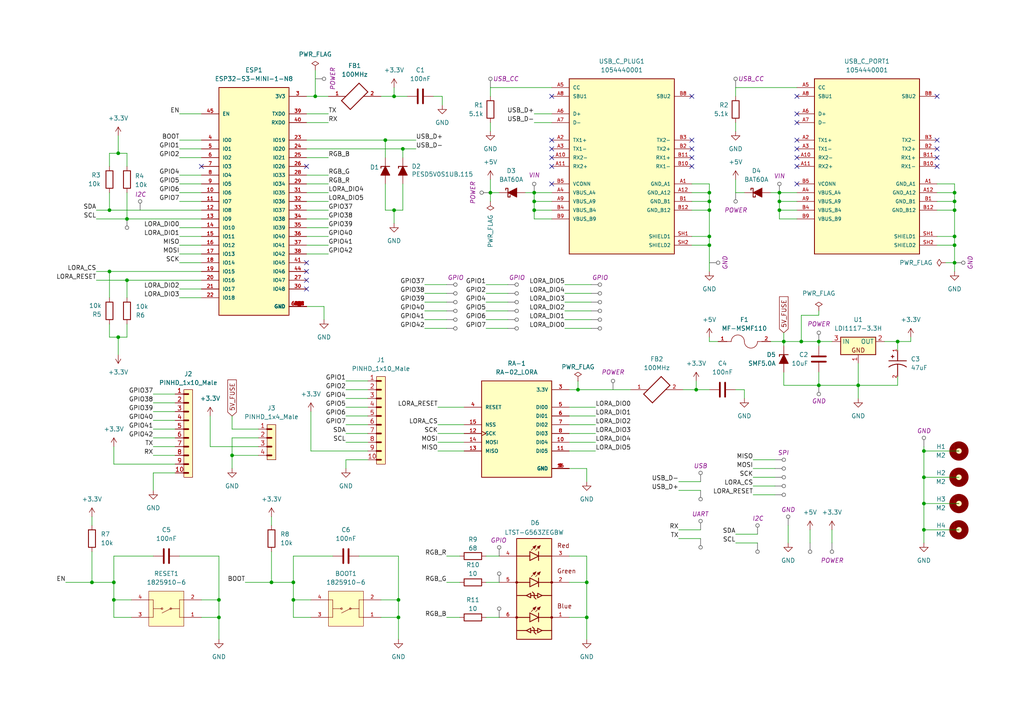
<source format=kicad_sch>
(kicad_sch (version 20231120) (generator "eeschema") (generator_version "8.0")
  (paper "A4")
  (title_block (title "LoRaptor") (rev "V1.0.0") (company "Smuggr"))
  (junction (at 142.24 55.88))
  (junction (at 226.06 60.96))
  (junction (at 267.97 153.67))
  (junction (at 36.83 81.28))
  (junction (at 205.74 60.96))
  (junction (at 116.84 43.18))
  (junction (at 276.86 55.88))
  (junction (at 91.44 27.94))
  (junction (at 267.97 138.43))
  (junction (at 114.3 27.94))
  (junction (at 170.18 179.07))
  (junction (at 226.06 58.42))
  (junction (at 167.64 113.03))
  (junction (at 248.92 111.76))
  (junction (at 276.86 76.2))
  (junction (at 226.06 55.88))
  (junction (at 33.02 173.99))
  (junction (at 34.29 97.79))
  (junction (at 170.18 168.91))
  (junction (at 154.94 55.88))
  (junction (at 205.74 71.12))
  (junction (at 267.97 130.81))
  (junction (at 267.97 146.05))
  (junction (at 85.09 168.91))
  (junction (at 227.33 99.06))
  (junction (at 33.02 168.91))
  (junction (at 260.35 99.06))
  (junction (at 34.29 44.45))
  (junction (at 276.86 58.42))
  (junction (at 276.86 71.12))
  (junction (at 31.75 60.96))
  (junction (at 63.5 179.07))
  (junction (at 154.94 58.42))
  (junction (at 154.94 60.96))
  (junction (at 78.74 168.91))
  (junction (at 114.3 60.96))
  (junction (at 31.75 78.74))
  (junction (at 115.57 179.07))
  (junction (at 237.49 99.06))
  (junction (at 115.57 173.99))
  (junction (at 36.83 63.5))
  (junction (at 237.49 111.76))
  (junction (at 26.67 168.91))
  (junction (at 232.41 99.06))
  (junction (at 85.09 173.99))
  (junction (at 67.31 132.08))
  (junction (at 205.74 68.58))
  (junction (at 205.74 55.88))
  (junction (at 63.5 173.99))
  (junction (at 111.76 40.64))
  (junction (at 276.86 68.58))
  (junction (at 205.74 58.42))
  (junction (at 201.93 113.03))
  (junction (at 276.86 60.96))
  (no_connect (at 200.66 48.26))
  (no_connect (at 231.14 33.02))
  (no_connect (at 88.9 48.26))
  (no_connect (at 200.66 43.18))
  (no_connect (at 271.78 45.72))
  (no_connect (at 231.14 35.56))
  (no_connect (at 160.02 48.26))
  (no_connect (at 88.9 81.28))
  (no_connect (at 200.66 45.72))
  (no_connect (at 231.14 27.94))
  (no_connect (at 160.02 27.94))
  (no_connect (at 200.66 40.64))
  (no_connect (at 88.9 78.74))
  (no_connect (at 271.78 40.64))
  (no_connect (at 271.78 48.26))
  (no_connect (at 88.9 83.82))
  (no_connect (at 231.14 43.18))
  (no_connect (at 271.78 43.18))
  (no_connect (at 58.42 48.26))
  (no_connect (at 160.02 43.18))
  (no_connect (at 231.14 45.72))
  (no_connect (at 160.02 53.34))
  (no_connect (at 160.02 45.72))
  (no_connect (at 231.14 53.34))
  (no_connect (at 231.14 40.64))
  (no_connect (at 231.14 48.26))
  (no_connect (at 88.9 76.2))
  (no_connect (at 200.66 27.94))
  (no_connect (at 271.78 27.94))
  (no_connect (at 160.02 40.64))
  (wire (pts (xy 267.97 130.81) (xy 278.13 130.81)))
  (wire (pts (xy 127 128.27) (xy 134.62 128.27)))
  (wire (pts (xy 123.19 87.63) (xy 129.54 87.63)))
  (wire (pts (xy 31.75 55.88) (xy 31.75 60.96)))
  (wire (pts (xy 172.72 123.19) (xy 165.1 123.19)))
  (wire (pts (xy 71.12 168.91) (xy 78.74 168.91)))
  (wire (pts (xy 154.94 35.56) (xy 160.02 35.56)))
  (wire (pts (xy 232.41 99.06) (xy 237.49 99.06)))
  (wire (pts (xy 114.3 27.94) (xy 118.11 27.94)))
  (wire (pts (xy 88.9 33.02) (xy 95.25 33.02)))
  (wire (pts (xy 88.9 40.64) (xy 111.76 40.64)))
  (wire (pts (xy 100.33 120.65) (xy 106.68 120.65)))
  (wire (pts (xy 34.29 102.87) (xy 34.29 97.79)))
  (wire (pts (xy 276.86 53.34) (xy 276.86 55.88)))
  (wire (pts (xy 100.33 133.35) (xy 106.68 133.35)))
  (wire (pts (xy 67.31 127) (xy 74.93 127)))
  (wire (pts (xy 123.19 82.55) (xy 129.54 82.55)))
  (wire (pts (xy 227.33 111.76) (xy 237.49 111.76)))
  (wire (pts (xy 172.72 120.65) (xy 165.1 120.65)))
  (wire (pts (xy 170.18 179.07) (xy 170.18 185.42)))
  (wire (pts (xy 52.07 68.58) (xy 58.42 68.58)))
  (wire (pts (xy 33.02 129.54) (xy 33.02 134.62)))
  (wire (pts (xy 91.44 20.32) (xy 91.44 27.94)))
  (wire (pts (xy 163.83 85.09) (xy 171.45 85.09)))
  (wire (pts (xy 67.31 132.08) (xy 74.93 132.08)))
  (wire (pts (xy 110.49 173.99) (xy 115.57 173.99)))
  (wire (pts (xy 33.02 173.99) (xy 38.1 173.99)))
  (wire (pts (xy 213.36 27.94) (xy 213.36 25.4)))
  (wire (pts (xy 111.76 45.72) (xy 111.76 40.64)))
  (wire (pts (xy 264.16 97.79) (xy 264.16 99.06)))
  (wire (pts (xy 127 125.73) (xy 134.62 125.73)))
  (wire (pts (xy 213.36 55.88) (xy 215.9 55.88)))
  (wire (pts (xy 223.52 99.06) (xy 227.33 99.06)))
  (wire (pts (xy 38.1 179.07) (xy 33.02 179.07)))
  (wire (pts (xy 271.78 53.34) (xy 276.86 53.34)))
  (wire (pts (xy 163.83 90.17) (xy 171.45 90.17)))
  (wire (pts (xy 200.66 68.58) (xy 205.74 68.58)))
  (wire (pts (xy 90.17 179.07) (xy 85.09 179.07)))
  (wire (pts (xy 36.83 63.5) (xy 58.42 63.5)))
  (wire (pts (xy 115.57 179.07) (xy 110.49 179.07)))
  (wire (pts (xy 52.07 58.42) (xy 58.42 58.42)))
  (wire (pts (xy 142.24 58.42) (xy 142.24 55.88)))
  (wire (pts (xy 260.35 99.06) (xy 256.54 99.06)))
  (wire (pts (xy 31.75 78.74) (xy 58.42 78.74)))
  (wire (pts (xy 227.33 96.52) (xy 227.33 99.06)))
  (wire (pts (xy 248.92 111.76) (xy 260.35 111.76)))
  (wire (pts (xy 88.9 55.88) (xy 95.25 55.88)))
  (wire (pts (xy 237.49 99.06) (xy 237.49 100.33)))
  (wire (pts (xy 31.75 86.36) (xy 31.75 78.74)))
  (wire (pts (xy 213.36 52.07) (xy 213.36 55.88)))
  (wire (pts (xy 127 130.81) (xy 134.62 130.81)))
  (wire (pts (xy 52.07 45.72) (xy 58.42 45.72)))
  (wire (pts (xy 93.98 92.71) (xy 93.98 88.9)))
  (wire (pts (xy 52.07 83.82) (xy 58.42 83.82)))
  (wire (pts (xy 232.41 91.44) (xy 232.41 99.06)))
  (wire (pts (xy 104.14 161.29) (xy 115.57 161.29)))
  (wire (pts (xy 218.44 138.43) (xy 224.79 138.43)))
  (wire (pts (xy 248.92 105.41) (xy 248.92 111.76)))
  (wire (pts (xy 267.97 153.67) (xy 278.13 153.67)))
  (wire (pts (xy 167.64 113.03) (xy 182.88 113.03)))
  (wire (pts (xy 260.35 109.22) (xy 260.35 111.76)))
  (wire (pts (xy 163.83 92.71) (xy 171.45 92.71)))
  (wire (pts (xy 127 118.11) (xy 134.62 118.11)))
  (wire (pts (xy 100.33 113.03) (xy 106.68 113.03)))
  (wire (pts (xy 63.5 179.07) (xy 63.5 185.42)))
  (wire (pts (xy 227.33 100.33) (xy 227.33 99.06)))
  (wire (pts (xy 88.9 27.94) (xy 91.44 27.94)))
  (wire (pts (xy 172.72 125.73) (xy 165.1 125.73)))
  (wire (pts (xy 85.09 161.29) (xy 85.09 168.91)))
  (wire (pts (xy 93.98 88.9) (xy 88.9 88.9)))
  (wire (pts (xy 276.86 76.2) (xy 276.86 78.74)))
  (wire (pts (xy 60.96 129.54) (xy 74.93 129.54)))
  (wire (pts (xy 271.78 55.88) (xy 276.86 55.88)))
  (wire (pts (xy 237.49 111.76) (xy 248.92 111.76)))
  (wire (pts (xy 123.19 92.71) (xy 129.54 92.71)))
  (wire (pts (xy 52.07 66.04) (xy 58.42 66.04)))
  (wire (pts (xy 276.86 58.42) (xy 276.86 60.96)))
  (wire (pts (xy 27.94 63.5) (xy 36.83 63.5)))
  (wire (pts (xy 142.24 35.56) (xy 142.24 38.1)))
  (wire (pts (xy 200.66 53.34) (xy 205.74 53.34)))
  (wire (pts (xy 140.97 85.09) (xy 147.32 85.09)))
  (wire (pts (xy 100.33 135.89) (xy 100.33 133.35)))
  (wire (pts (xy 237.49 90.17) (xy 237.49 91.44)))
  (wire (pts (xy 128.27 27.94) (xy 128.27 30.48)))
  (wire (pts (xy 227.33 99.06) (xy 232.41 99.06)))
  (wire (pts (xy 267.97 138.43) (xy 267.97 146.05)))
  (wire (pts (xy 67.31 135.89) (xy 67.31 132.08)))
  (wire (pts (xy 226.06 55.88) (xy 226.06 58.42)))
  (wire (pts (xy 27.94 60.96) (xy 31.75 60.96)))
  (wire (pts (xy 85.09 168.91) (xy 85.09 173.99)))
  (wire (pts (xy 36.83 81.28) (xy 58.42 81.28)))
  (wire (pts (xy 52.07 161.29) (xy 63.5 161.29)))
  (wire (pts (xy 154.94 60.96) (xy 160.02 60.96)))
  (wire (pts (xy 114.3 25.4) (xy 114.3 27.94)))
  (wire (pts (xy 63.5 173.99) (xy 63.5 179.07)))
  (wire (pts (xy 205.74 55.88) (xy 205.74 58.42)))
  (wire (pts (xy 172.72 118.11) (xy 165.1 118.11)))
  (wire (pts (xy 52.07 40.64) (xy 58.42 40.64)))
  (wire (pts (xy 154.94 55.88) (xy 160.02 55.88)))
  (wire (pts (xy 271.78 60.96) (xy 276.86 60.96)))
  (wire (pts (xy 223.52 55.88) (xy 226.06 55.88)))
  (wire (pts (xy 34.29 39.37) (xy 34.29 44.45)))
  (wire (pts (xy 218.44 143.51) (xy 224.79 143.51)))
  (wire (pts (xy 96.52 161.29) (xy 85.09 161.29)))
  (wire (pts (xy 154.94 63.5) (xy 160.02 63.5)))
  (wire (pts (xy 165.1 161.29) (xy 170.18 161.29)))
  (wire (pts (xy 226.06 58.42) (xy 231.14 58.42)))
  (wire (pts (xy 226.06 55.88) (xy 231.14 55.88)))
  (wire (pts (xy 237.49 91.44) (xy 232.41 91.44)))
  (wire (pts (xy 123.19 90.17) (xy 129.54 90.17)))
  (wire (pts (xy 95.25 68.58) (xy 88.9 68.58)))
  (wire (pts (xy 67.31 124.46) (xy 74.93 124.46)))
  (wire (pts (xy 44.45 121.92) (xy 50.8 121.92)))
  (wire (pts (xy 33.02 173.99) (xy 33.02 179.07)))
  (wire (pts (xy 52.07 55.88) (xy 58.42 55.88)))
  (wire (pts (xy 88.9 45.72) (xy 95.25 45.72)))
  (wire (pts (xy 52.07 43.18) (xy 58.42 43.18)))
  (wire (pts (xy 111.76 40.64) (xy 120.65 40.64)))
  (wire (pts (xy 154.94 60.96) (xy 154.94 63.5)))
  (wire (pts (xy 267.97 146.05) (xy 278.13 146.05)))
  (wire (pts (xy 26.67 160.02) (xy 26.67 168.91)))
  (wire (pts (xy 36.83 55.88) (xy 36.83 63.5)))
  (wire (pts (xy 200.66 71.12) (xy 205.74 71.12)))
  (wire (pts (xy 198.12 113.03) (xy 201.93 113.03)))
  (wire (pts (xy 52.07 73.66) (xy 58.42 73.66)))
  (wire (pts (xy 114.3 60.96) (xy 111.76 60.96)))
  (wire (pts (xy 226.06 63.5) (xy 231.14 63.5)))
  (wire (pts (xy 205.74 99.06) (xy 205.74 97.79)))
  (wire (pts (xy 27.94 81.28) (xy 36.83 81.28)))
  (wire (pts (xy 276.86 60.96) (xy 276.86 68.58)))
  (wire (pts (xy 44.45 127) (xy 50.8 127)))
  (wire (pts (xy 44.45 119.38) (xy 50.8 119.38)))
  (wire (pts (xy 140.97 82.55) (xy 147.32 82.55)))
  (wire (pts (xy 95.25 60.96) (xy 88.9 60.96)))
  (wire (pts (xy 129.54 168.91) (xy 133.35 168.91)))
  (wire (pts (xy 267.97 138.43) (xy 278.13 138.43)))
  (wire (pts (xy 95.25 66.04) (xy 88.9 66.04)))
  (wire (pts (xy 205.74 53.34) (xy 205.74 55.88)))
  (wire (pts (xy 140.97 161.29) (xy 144.78 161.29)))
  (wire (pts (xy 100.33 115.57) (xy 106.68 115.57)))
  (wire (pts (xy 154.94 58.42) (xy 154.94 60.96)))
  (wire (pts (xy 44.45 116.84) (xy 50.8 116.84)))
  (wire (pts (xy 44.45 137.16) (xy 50.8 137.16)))
  (wire (pts (xy 203.2 139.7) (xy 196.85 139.7)))
  (wire (pts (xy 267.97 146.05) (xy 267.97 153.67)))
  (wire (pts (xy 27.94 78.74) (xy 31.75 78.74)))
  (wire (pts (xy 44.45 161.29) (xy 33.02 161.29)))
  (wire (pts (xy 203.2 142.24) (xy 196.85 142.24)))
  (wire (pts (xy 267.97 153.67) (xy 267.97 157.48)))
  (wire (pts (xy 142.24 27.94) (xy 142.24 25.4)))
  (wire (pts (xy 115.57 173.99) (xy 115.57 179.07)))
  (wire (pts (xy 85.09 173.99) (xy 85.09 179.07)))
  (wire (pts (xy 31.75 93.98) (xy 31.75 97.79)))
  (wire (pts (xy 125.73 27.94) (xy 128.27 27.94)))
  (wire (pts (xy 274.32 76.2) (xy 276.86 76.2)))
  (wire (pts (xy 172.72 130.81) (xy 165.1 130.81)))
  (wire (pts (xy 213.36 25.4) (xy 231.14 25.4)))
  (wire (pts (xy 271.78 68.58) (xy 276.86 68.58)))
  (wire (pts (xy 129.54 179.07) (xy 133.35 179.07)))
  (wire (pts (xy 241.3 153.67) (xy 241.3 157.48)))
  (wire (pts (xy 142.24 55.88) (xy 144.78 55.88)))
  (wire (pts (xy 228.6 152.4) (xy 228.6 157.48)))
  (wire (pts (xy 276.86 55.88) (xy 276.86 58.42)))
  (wire (pts (xy 163.83 95.25) (xy 171.45 95.25)))
  (wire (pts (xy 213.36 113.03) (xy 215.9 113.03)))
  (wire (pts (xy 140.97 168.91) (xy 144.78 168.91)))
  (wire (pts (xy 31.75 60.96) (xy 58.42 60.96)))
  (wire (pts (xy 205.74 68.58) (xy 205.74 71.12)))
  (wire (pts (xy 26.67 149.86) (xy 26.67 152.4)))
  (wire (pts (xy 34.29 44.45) (xy 31.75 44.45)))
  (wire (pts (xy 152.4 55.88) (xy 154.94 55.88)))
  (wire (pts (xy 226.06 58.42) (xy 226.06 60.96)))
  (wire (pts (xy 140.97 179.07) (xy 144.78 179.07)))
  (wire (pts (xy 205.74 71.12) (xy 205.74 78.74)))
  (wire (pts (xy 219.71 157.48) (xy 213.36 157.48)))
  (wire (pts (xy 142.24 52.07) (xy 142.24 55.88)))
  (wire (pts (xy 154.94 55.88) (xy 154.94 58.42)))
  (wire (pts (xy 205.74 60.96) (xy 205.74 68.58)))
  (wire (pts (xy 170.18 168.91) (xy 170.18 179.07)))
  (wire (pts (xy 78.74 168.91) (xy 85.09 168.91)))
  (wire (pts (xy 90.17 130.81) (xy 106.68 130.81)))
  (wire (pts (xy 226.06 60.96) (xy 231.14 60.96)))
  (wire (pts (xy 88.9 35.56) (xy 95.25 35.56)))
  (wire (pts (xy 260.35 99.06) (xy 264.16 99.06)))
  (wire (pts (xy 44.45 124.46) (xy 50.8 124.46)))
  (wire (pts (xy 58.42 173.99) (xy 63.5 173.99)))
  (wire (pts (xy 44.45 142.24) (xy 44.45 137.16)))
  (wire (pts (xy 100.33 123.19) (xy 106.68 123.19)))
  (wire (pts (xy 140.97 90.17) (xy 147.32 90.17)))
  (wire (pts (xy 170.18 139.7) (xy 170.18 135.89)))
  (wire (pts (xy 100.33 110.49) (xy 106.68 110.49)))
  (wire (pts (xy 271.78 71.12) (xy 276.86 71.12)))
  (wire (pts (xy 110.49 27.94) (xy 114.3 27.94)))
  (wire (pts (xy 36.83 86.36) (xy 36.83 81.28)))
  (wire (pts (xy 90.17 119.38) (xy 90.17 130.81)))
  (wire (pts (xy 116.84 53.34) (xy 116.84 60.96)))
  (wire (pts (xy 219.71 154.94) (xy 213.36 154.94)))
  (wire (pts (xy 260.35 99.06) (xy 260.35 101.6)))
  (wire (pts (xy 167.64 110.49) (xy 167.64 113.03)))
  (wire (pts (xy 44.45 132.08) (xy 50.8 132.08)))
  (wire (pts (xy 142.24 25.4) (xy 160.02 25.4)))
  (wire (pts (xy 165.1 168.91) (xy 170.18 168.91)))
  (wire (pts (xy 31.75 44.45) (xy 31.75 48.26)))
  (wire (pts (xy 170.18 179.07) (xy 165.1 179.07)))
  (wire (pts (xy 218.44 135.89) (xy 224.79 135.89)))
  (wire (pts (xy 200.66 58.42) (xy 205.74 58.42)))
  (wire (pts (xy 95.25 71.12) (xy 88.9 71.12)))
  (wire (pts (xy 203.2 156.21) (xy 196.85 156.21)))
  (wire (pts (xy 200.66 60.96) (xy 205.74 60.96)))
  (wire (pts (xy 213.36 35.56) (xy 213.36 38.1)))
  (wire (pts (xy 63.5 179.07) (xy 58.42 179.07)))
  (wire (pts (xy 205.74 99.06) (xy 208.28 99.06)))
  (wire (pts (xy 226.06 60.96) (xy 226.06 63.5)))
  (wire (pts (xy 271.78 58.42) (xy 276.86 58.42)))
  (wire (pts (xy 52.07 76.2) (xy 58.42 76.2)))
  (wire (pts (xy 31.75 97.79) (xy 34.29 97.79)))
  (wire (pts (xy 100.33 125.73) (xy 106.68 125.73)))
  (wire (pts (xy 26.67 168.91) (xy 33.02 168.91)))
  (wire (pts (xy 215.9 113.03) (xy 215.9 115.57)))
  (wire (pts (xy 88.9 43.18) (xy 116.84 43.18)))
  (wire (pts (xy 63.5 161.29) (xy 63.5 173.99)))
  (wire (pts (xy 140.97 95.25) (xy 147.32 95.25)))
  (wire (pts (xy 200.66 55.88) (xy 205.74 55.88)))
  (wire (pts (xy 36.83 44.45) (xy 34.29 44.45)))
  (wire (pts (xy 276.86 71.12) (xy 276.86 76.2)))
  (wire (pts (xy 44.45 129.54) (xy 50.8 129.54)))
  (wire (pts (xy 154.94 33.02) (xy 160.02 33.02)))
  (wire (pts (xy 100.33 118.11) (xy 106.68 118.11)))
  (wire (pts (xy 227.33 107.95) (xy 227.33 111.76)))
  (wire (pts (xy 237.49 107.95) (xy 237.49 111.76)))
  (wire (pts (xy 52.07 33.02) (xy 58.42 33.02)))
  (wire (pts (xy 234.95 153.67) (xy 234.95 157.48)))
  (wire (pts (xy 140.97 92.71) (xy 147.32 92.71)))
  (wire (pts (xy 34.29 97.79) (xy 36.83 97.79)))
  (wire (pts (xy 129.54 161.29) (xy 133.35 161.29)))
  (wire (pts (xy 248.92 111.76) (xy 248.92 115.57)))
  (wire (pts (xy 120.65 43.18) (xy 116.84 43.18)))
  (wire (pts (xy 201.93 110.49) (xy 201.93 113.03)))
  (wire (pts (xy 33.02 168.91) (xy 33.02 173.99)))
  (wire (pts (xy 114.3 64.77) (xy 114.3 60.96)))
  (wire (pts (xy 52.07 71.12) (xy 58.42 71.12)))
  (wire (pts (xy 95.25 63.5) (xy 88.9 63.5)))
  (wire (pts (xy 33.02 134.62) (xy 50.8 134.62)))
  (wire (pts (xy 127 123.19) (xy 134.62 123.19)))
  (wire (pts (xy 95.25 58.42) (xy 88.9 58.42)))
  (wire (pts (xy 88.9 50.8) (xy 95.25 50.8)))
  (wire (pts (xy 60.96 120.65) (xy 60.96 129.54)))
  (wire (pts (xy 201.93 113.03) (xy 205.74 113.03)))
  (wire (pts (xy 115.57 161.29) (xy 115.57 173.99)))
  (wire (pts (xy 78.74 149.86) (xy 78.74 152.4)))
  (wire (pts (xy 67.31 120.65) (xy 67.31 124.46)))
  (wire (pts (xy 170.18 161.29) (xy 170.18 168.91)))
  (wire (pts (xy 52.07 53.34) (xy 58.42 53.34)))
  (wire (pts (xy 116.84 43.18) (xy 116.84 45.72)))
  (wire (pts (xy 100.33 128.27) (xy 106.68 128.27)))
  (wire (pts (xy 163.83 82.55) (xy 171.45 82.55)))
  (wire (pts (xy 36.83 97.79) (xy 36.83 93.98)))
  (wire (pts (xy 52.07 50.8) (xy 58.42 50.8)))
  (wire (pts (xy 36.83 48.26) (xy 36.83 44.45)))
  (wire (pts (xy 218.44 133.35) (xy 224.79 133.35)))
  (wire (pts (xy 123.19 95.25) (xy 129.54 95.25)))
  (wire (pts (xy 115.57 179.07) (xy 115.57 185.42)))
  (wire (pts (xy 95.25 73.66) (xy 88.9 73.66)))
  (wire (pts (xy 67.31 132.08) (xy 67.31 127)))
  (wire (pts (xy 91.44 27.94) (xy 95.25 27.94)))
  (wire (pts (xy 205.74 58.42) (xy 205.74 60.96)))
  (wire (pts (xy 267.97 130.81) (xy 267.97 138.43)))
  (wire (pts (xy 33.02 161.29) (xy 33.02 168.91)))
  (wire (pts (xy 123.19 85.09) (xy 129.54 85.09)))
  (wire (pts (xy 154.94 58.42) (xy 160.02 58.42)))
  (wire (pts (xy 203.2 153.67) (xy 196.85 153.67)))
  (wire (pts (xy 140.97 87.63) (xy 147.32 87.63)))
  (wire (pts (xy 78.74 160.02) (xy 78.74 168.91)))
  (wire (pts (xy 44.45 114.3) (xy 50.8 114.3)))
  (wire (pts (xy 218.44 140.97) (xy 224.79 140.97)))
  (wire (pts (xy 116.84 60.96) (xy 114.3 60.96)))
  (wire (pts (xy 170.18 135.89) (xy 165.1 135.89)))
  (wire (pts (xy 172.72 128.27) (xy 165.1 128.27)))
  (wire (pts (xy 58.42 86.36) (xy 52.07 86.36)))
  (wire (pts (xy 241.3 99.06) (xy 237.49 99.06)))
  (wire (pts (xy 111.76 60.96) (xy 111.76 53.34)))
  (wire (pts (xy 163.83 87.63) (xy 171.45 87.63)))
  (wire (pts (xy 95.25 53.34) (xy 88.9 53.34)))
  (wire (pts (xy 85.09 173.99) (xy 90.17 173.99)))
  (wire (pts (xy 276.86 68.58) (xy 276.86 71.12)))
  (wire (pts (xy 167.64 113.03) (xy 165.1 113.03)))
  (wire (pts (xy 19.05 168.91) (xy 26.67 168.91)))
  (wire (pts (xy 267.97 129.54) (xy 267.97 130.81)))
  (label "LORA_DIO5" (at 95.25 58.42 0) (property "Netclass" "GPIO" (effects (hide yes))))
  (label "GPIO39" (at 95.25 66.04 0) (property "Netclass" "GPIO" (effects (hide yes))))
  (label "LORA_DIO0" (at 163.83 95.25 180))
  (label "LORA_CS" (at 27.94 78.74 180) (property "Netclass" "SPI" (effects (hide yes))))
  (label "LORA_DIO4" (at 172.72 128.27 0))
  (label "GPIO6" (at 100.33 120.65 180))
  (label "GPIO38" (at 123.19 85.09 180))
  (label "LORA_CS" (at 127 123.19 180))
  (label "USB_D-" (at 120.65 43.18 0) (property "Netclass" "USB" (effects (hide yes))))
  (label "RGB_R" (at 95.25 53.34 0) (property "Netclass" "GPIO" (effects (hide yes))))
  (label "GPIO7" (at 140.97 95.25 180))
  (label "GPIO1" (at 140.97 82.55 180))
  (label "MISO" (at 218.44 133.35 180) (property "Netclass" "SPI" (effects (hide yes))))
  (label "LORA_DIO5" (at 163.83 82.55 180))
  (label "GPIO5" (at 140.97 90.17 180))
  (label "USB_D+" (at 154.94 33.02 180))
  (label "LORA_DIO3" (at 52.07 86.36 180) (property "Netclass" "GPIO" (effects (hide yes))))
  (label "TX" (at 95.25 33.02 0) (property "Netclass" "UART" (effects (hide yes))))
  (label "GPIO5" (at 100.33 118.11 180))
  (label "RX" (at 95.25 35.56 0) (property "Netclass" "UART" (effects (hide yes))))
  (label "SDA" (at 213.36 154.94 180))
  (label "GPIO42" (at 123.19 95.25 180))
  (label "LORA_RESET" (at 27.94 81.28 180) (property "Netclass" "SPI" (effects (hide yes))))
  (label "LORA_DIO2" (at 52.07 83.82 180) (property "Netclass" "GPIO" (effects (hide yes))))
  (label "GPIO1" (at 52.07 43.18 180) (property "Netclass" "GPIO" (effects (hide yes))))
  (label "SDA" (at 100.33 125.73 180))
  (label "EN" (at 52.07 33.02 180) (property "Netclass" "GPIO" (effects (hide yes))))
  (label "GPIO4" (at 140.97 87.63 180))
  (label "GPIO7" (at 52.07 58.42 180) (property "Netclass" "GPIO" (effects (hide yes))))
  (label "GPIO42" (at 44.45 127 180))
  (label "SCK" (at 218.44 138.43 180) (property "Netclass" "SPI" (effects (hide yes))))
  (label "GPIO37" (at 95.25 60.96 0) (property "Netclass" "GPIO" (effects (hide yes))))
  (label "LORA_DIO0" (at 172.72 118.11 0))
  (label "MISO" (at 127 130.81 180))
  (label "GPIO1" (at 100.33 110.49 180))
  (label "TX" (at 196.85 156.21 180) (property "Netclass" "UART" (effects (hide yes))))
  (label "MOSI" (at 52.07 73.66 180) (property "Netclass" "SPI" (effects (hide yes))))
  (label "RX" (at 44.45 132.08 180))
  (label "RX" (at 196.85 153.67 180) (property "Netclass" "UART" (effects (hide yes))))
  (label "GPIO7" (at 100.33 123.19 180))
  (label "LORA_DIO3" (at 163.83 87.63 180))
  (label "MOSI" (at 127 128.27 180))
  (label "USB_D-" (at 196.85 139.7 180) (property "Netclass" "USB" (effects (hide yes))))
  (label "LORA_DIO0" (at 52.07 66.04 180) (property "Netclass" "GPIO" (effects (hide yes))))
  (label "GPIO2" (at 52.07 45.72 180) (property "Netclass" "GPIO" (effects (hide yes))))
  (label "SCK" (at 127 125.73 180))
  (label "RGB_G" (at 95.25 50.8 0) (property "Netclass" "GPIO" (effects (hide yes))))
  (label "GPIO40" (at 44.45 121.92 180))
  (label "GPIO39" (at 123.19 87.63 180))
  (label "LORA_DIO5" (at 172.72 130.81 0))
  (label "RGB_B" (at 95.25 45.72 0) (property "Netclass" "GPIO" (effects (hide yes))))
  (label "TX" (at 44.45 129.54 180))
  (label "GPIO6" (at 52.07 55.88 180) (property "Netclass" "GPIO" (effects (hide yes))))
  (label "MOSI" (at 218.44 135.89 180) (property "Netclass" "SPI" (effects (hide yes))))
  (label "SCL" (at 100.33 128.27 180))
  (label "GPIO40" (at 123.19 90.17 180))
  (label "LORA_DIO4" (at 163.83 85.09 180))
  (label "RGB_G" (at 129.54 168.91 180))
  (label "GPIO38" (at 44.45 116.84 180))
  (label "LORA_DIO4" (at 95.25 55.88 0) (property "Netclass" "GPIO" (effects (hide yes))))
  (label "LORA_DIO2" (at 163.83 90.17 180))
  (label "GPIO5" (at 52.07 53.34 180) (property "Netclass" "GPIO" (effects (hide yes))))
  (label "BOOT" (at 52.07 40.64 180) (property "Netclass" "GPIO" (effects (hide yes))))
  (label "GPIO41" (at 123.19 92.71 180))
  (label "GPIO6" (at 140.97 92.71 180))
  (label "GPIO42" (at 95.25 73.66 0) (property "Netclass" "GPIO" (effects (hide yes))))
  (label "LORA_RESET" (at 127 118.11 180))
  (label "USB_D-" (at 154.94 35.56 180))
  (label "GPIO2" (at 100.33 113.03 180))
  (label "LORA_DIO1" (at 52.07 68.58 180) (property "Netclass" "GPIO" (effects (hide yes))))
  (label "SCL" (at 27.94 63.5 180))
  (label "LORA_DIO1" (at 172.72 120.65 0))
  (label "LORA_DIO1" (at 163.83 92.71 180))
  (label "GPIO38" (at 95.25 63.5 0) (property "Netclass" "GPIO" (effects (hide yes))))
  (label "GPIO40" (at 95.25 68.58 0) (property "Netclass" "GPIO" (effects (hide yes))))
  (label "SCK" (at 52.07 76.2 180) (property "Netclass" "SPI" (effects (hide yes))))
  (label "RGB_R" (at 129.54 161.29 180))
  (label "LORA_DIO3" (at 172.72 125.73 0))
  (label "LORA_RESET" (at 218.44 143.51 180) (property "Netclass" "SPI" (effects (hide yes))))
  (label "USB_D+" (at 196.85 142.24 180) (property "Netclass" "USB" (effects (hide yes))))
  (label "GPIO41" (at 95.25 71.12 0) (property "Netclass" "GPIO" (effects (hide yes))))
  (label "MISO" (at 52.07 71.12 180) (property "Netclass" "SPI" (effects (hide yes))))
  (label "USB_D+" (at 120.65 40.64 0) (property "Netclass" "USB" (effects (hide yes))))
  (label "GPIO4" (at 52.07 50.8 180) (property "Netclass" "GPIO" (effects (hide yes))))
  (label "BOOT" (at 71.12 168.91 180))
  (label "GPIO2" (at 140.97 85.09 180))
  (label "SCL" (at 213.36 157.48 180))
  (label "EN" (at 19.05 168.91 180))
  (label "RGB_B" (at 129.54 179.07 180))
  (label "GPIO39" (at 44.45 119.38 180))
  (label "GPIO4" (at 100.33 115.57 180))
  (label "SDA" (at 27.94 60.96 180))
  (label "LORA_DIO2" (at 172.72 123.19 0))
  (label "GPIO37" (at 123.19 82.55 180))
  (label "LORA_CS" (at 218.44 140.97 180) (property "Netclass" "SPI" (effects (hide yes))))
  (label "GPIO37" (at 44.45 114.3 180))
  (label "GPIO41" (at 44.45 124.46 180))
  (global_label "5V_FUSE" (shape input) (at 67.31 120.65 90) (property "Intersheetrefs" "${INTERSHEET_REFS}" (effects (hide yes))))
  (global_label "5V_FUSE" (shape input) (at 227.33 96.52 90) (property "Intersheetrefs" "${INTERSHEET_REFS}" (effects (hide yes))))
  (netclass_flag "" (length 2.54) (shape round) (at 129.54 95.25 270) (property "Netclass" "GPIO" (effects (hide yes))))
  (netclass_flag "" (length 2.54) (shape round) (at 142.24 25.4 0) (property "Netclass" "USB_CC" (at 142.9385 22.86 0) (effects (font (italic yes)) (justify left))))
  (netclass_flag "" (length 2.54) (shape round) (at 147.32 85.09 270) (property "Netclass" "GPIO" (effects (hide yes))))
  (netclass_flag "" (length 2.54) (shape round) (at 147.32 90.17 270) (property "Netclass" "GPIO" (effects (hide yes))))
  (netclass_flag "" (length 2.54) (shape round) (at 213.36 25.4 0) (property "Netclass" "USB_CC" (at 214.0585 22.86 0) (effects (font (italic yes)) (justify left))))
  (netclass_flag "" (length 2.54) (shape round) (at 224.79 133.35 270) (property "Netclass" "SPI" (at 225.552 131.318 0) (effects (font (italic yes)) (justify left))))
  (netclass_flag "" (length 2.54) (shape round) (at 203.2 156.21 180) (property "Netclass" "UART" (effects (hide yes))))
  (netclass_flag "" (length 2.54) (shape round) (at 171.45 92.71 270) (property "Netclass" "GPIO" (effects (hide yes))))
  (netclass_flag "" (length 2.54) (shape round) (at 226.06 55.88 0) (property "Netclass" "VIN" (at 226.06 51.054 0) (effects (font (italic yes)))))
  (netclass_flag "" (length 2.54) (shape round) (at 129.54 92.71 270) (property "Netclass" "GPIO" (effects (hide yes))))
  (netclass_flag "" (length 2.54) (shape round) (at 237.49 111.76 180) (property "Netclass" "GND" (at 235.458 116.332 0) (effects (font (italic yes)) (justify left))))
  (netclass_flag "" (length 2.54) (shape round) (at 129.54 85.09 270) (property "Netclass" "GPIO" (effects (hide yes))))
  (netclass_flag "" (length 2.54) (shape round) (at 219.71 157.48 180) (property "Netclass" "I2C" (effects (hide yes))))
  (netclass_flag "" (length 2.54) (shape round) (at 237.49 99.06 0) (property "Netclass" "POWER" (at 240.792 93.98 0) (effects (font (italic yes)) (justify right))))
  (netclass_flag "" (length 2.54) (shape round) (at 171.45 95.25 270) (property "Netclass" "GPIO" (effects (hide yes))))
  (netclass_flag "" (length 2.54) (shape round) (at 213.36 55.88 180) (property "Netclass" "POWER" (at 210.058 60.96 0) (effects (font (italic yes)) (justify left))))
  (netclass_flag "" (length 2.54) (shape round) (at 154.94 55.88 0) (property "Netclass" "VIN" (at 154.94 50.8 0) (effects (font (italic yes)))))
  (netclass_flag "" (length 2.54) (shape round) (at 129.54 87.63 270) (property "Netclass" "GPIO" (effects (hide yes))))
  (netclass_flag "" (length 2.54) (shape round) (at 224.79 140.97 270) (property "Netclass" "SPI" (effects (hide yes))))
  (netclass_flag "" (length 2.54) (shape round) (at 267.97 129.54 0) (property "Netclass" "GND" (at 270.002 124.968 0) (effects (font (italic yes)) (justify right))))
  (netclass_flag "" (length 2.54) (shape round) (at 224.79 135.89 270) (property "Netclass" "SPI" (effects (hide yes))))
  (netclass_flag "" (length 2.54) (shape round) (at 276.86 76.2 270) (property "Netclass" "GND" (at 281.432 78.232 90) (effects (font (italic yes)) (justify left))))
  (netclass_flag "" (length 2.54) (shape round) (at 228.6 152.4 0) (property "Netclass" "GND" (at 230.632 147.828 0) (effects (font (italic yes)) (justify right))))
  (netclass_flag "" (length 2.54) (shape round) (at 224.79 138.43 270) (property "Netclass" "SPI" (effects (hide yes))))
  (netclass_flag "" (length 2.54) (shape round) (at 40.64 60.96 0) (property "Netclass" "I2C" (at 39.116 56.388 0) (effects (font (italic yes)) (justify left))))
  (netclass_flag "" (length 2.54) (shape round) (at 147.32 87.63 270) (property "Netclass" "GPIO" (effects (hide yes))))
  (netclass_flag "" (length 2.54) (shape round) (at 147.32 92.71 270) (property "Netclass" "GPIO" (effects (hide yes))))
  (netclass_flag "" (length 2.54) (shape round) (at 91.44 22.86 270) (property "Netclass" "POWER" (at 96.52 26.162 90) (effects (font (italic yes)) (justify left))))
  (netclass_flag "" (length 2.54) (shape round) (at 203.2 142.24 180) (property "Netclass" "USB" (effects (hide yes))))
  (netclass_flag "" (length 2.54) (shape round) (at 147.32 95.25 270) (property "Netclass" "GPIO" (effects (hide yes))))
  (netclass_flag "" (length 2.54) (shape round) (at 171.45 82.55 270) (property "Netclass" "GPIO" (at 171.704 80.518 0) (effects (font (italic yes)) (justify left))))
  (netclass_flag "" (length 2.54) (shape round) (at 171.45 90.17 270) (property "Netclass" "GPIO" (effects (hide yes))))
  (netclass_flag "" (length 2.54) (shape round) (at 36.83 63.5 180) (property "Netclass" "I2C" (effects (hide yes))))
  (netclass_flag "" (length 2.54) (shape round) (at 171.45 85.09 270) (property "Netclass" "GPIO" (effects (hide yes))))
  (netclass_flag "" (length 2.54) (shape round) (at 144.78 168.91 0) (property "Netclass" "GPIO" (effects (hide yes))))
  (netclass_flag "" (length 2.54) (shape round) (at 142.24 55.88 90) (property "Netclass" "POWER" (at 137.16 52.578 90) (effects (font (italic yes)) (justify right))))
  (netclass_flag "" (length 2.54) (shape round) (at 144.78 179.07 0) (property "Netclass" "GPIO" (effects (hide yes))))
  (netclass_flag "" (length 2.54) (shape round) (at 205.74 76.2 270) (property "Netclass" "GND" (at 210.312 78.232 90) (effects (font (italic yes)) (justify left))))
  (netclass_flag "" (length 2.54) (shape round) (at 129.54 82.55 270) (property "Netclass" "GPIO" (at 129.794 80.518 0) (effects (font (italic yes)) (justify left))))
  (netclass_flag "" (length 2.54) (shape round) (at 203.2 139.7 0) (property "Netclass" "USB" (at 201.168 135.128 0) (effects (font (italic yes)) (justify left))))
  (netclass_flag "" (length 2.54) (shape round) (at 203.2 153.67 0) (property "Netclass" "UART" (at 200.66 149.098 0) (effects (font (italic yes)) (justify left))))
  (netclass_flag "" (length 2.54) (shape round) (at 219.71 154.94 0) (property "Netclass" "I2C" (at 218.186 150.368 0) (effects (font (italic yes)) (justify left))))
  (netclass_flag "" (length 2.54) (shape round) (at 177.8 113.03 0) (property "Netclass" "POWER" (at 181.102 107.95 0) (effects (font (italic yes)) (justify right))))
  (netclass_flag "" (length 2.54) (shape round) (at 147.32 82.55 270) (property "Netclass" "GPIO" (at 147.574 80.518 0) (effects (font (italic yes)) (justify left))))
  (netclass_flag "" (length 2.54) (shape round) (at 171.45 87.63 270) (property "Netclass" "GPIO" (effects (hide yes))))
  (netclass_flag "" (length 2.54) (shape round) (at 224.79 143.51 270) (property "Netclass" "SPI" (effects (hide yes))))
  (netclass_flag "" (length 2.54) (shape round) (at 144.78 161.29 0) (property "Netclass" "GPIO" (at 142.24 156.718 0) (effects (font (italic yes)) (justify left))))
  (netclass_flag "" (length 2.54) (shape round) (at 234.95 157.48 180) (property "Netclass" "POWER" (effects (hide yes))))
  (netclass_flag "" (length 2.54) (shape round) (at 241.3 157.48 180) (property "Netclass" "POWER" (at 237.998 162.56 0) (effects (font (italic yes)) (justify left))))
  (netclass_flag "" (length 2.54) (shape round) (at 129.54 90.17 270) (property "Netclass" "GPIO" (effects (hide yes))))
  (symbol (lib_id "power:GND") (at 63.5 185.42 0) (unit 1)
    (property "Reference" "#PWR031" (effects (hide yes)))
    (property "Value" "GND" (at 63.5 190.5 0))
    (property "Description" "Power symbol creates a global label with name \"GND\" , ground" (effects (hide yes)))
  )
  (symbol (lib_id "PCM_Capacitor_AKL:C_0805") (at 121.92 27.94 90) (unit 1)
    (property "Reference" "C1" (at 121.92 20.32 90))
    (property "Value" "100nF" (at 121.92 22.86 90))
    (property "Footprint" "PCM_Capacitor_SMD_AKL:C_0805_2012Metric" (effects (hide yes)))
    (property "Description" "SMD 0805 MLCC capacitor, Alternate KiCad Library" (effects (hide yes)))
  )
  (symbol (lib_id "PCM_Capacitor_AKL:C_0805") (at 209.55 113.03 90) (unit 1)
    (property "Reference" "C4" (at 209.55 105.41 90))
    (property "Value" "100nF" (at 209.55 107.95 90))
    (property "Footprint" "PCM_Capacitor_SMD_AKL:C_0805_2012Metric" (effects (hide yes)))
    (property "Description" "SMD 0805 MLCC capacitor, Alternate KiCad Library" (effects (hide yes)))
  )
  (symbol (lib_id "power:PWR_FLAG") (at 91.44 20.32 0) (unit 1)
    (property "Reference" "#FLG01" (effects (hide yes)))
    (property "Value" "PWR_FLAG" (at 86.614 15.748 0) (effects (justify left)))
    (property "Description" "Special symbol for telling ERC where power comes from" (effects (hide yes)))
  )
  (symbol (lib_id "power:GND") (at 228.6 157.48 0) (unit 1)
    (property "Reference" "#PWR029" (effects (hide yes)))
    (property "Value" "GND" (at 228.6 162.56 0))
    (property "Description" "Power symbol creates a global label with name \"GND\" , ground" (effects (hide yes)))
  )
  (symbol (lib_name "MountingHole_M3_2") (lib_id "PCM_SL_Mechanical:MountingHole_M3") (at 278.13 138.43 0) (mirror y) (unit 1)
    (property "Reference" "H2" (at 274.32 137.1599 0) (effects (justify left)))
    (property "Value" "M2" (at 274.32 139.6999 0) (effects (justify left)))
    (property "Footprint" "kicad-mounting-holes:MountingHole_2.2mm_M2_DIN965_Pad_TopBottom" (effects (hide yes)))
    (property "Net Name" "GND" (effects (hide yes)))
  )
  (symbol (lib_id "1825910-6:1825910-6") (at 100.33 176.53 180) (unit 1)
    (property "Reference" "BOOT1" (at 100.33 166.37 0))
    (property "Value" "1825910-6" (at 100.33 168.91 0))
    (property "Footprint" "1825910-6:SW_1825910-6-4" (effects (hide yes)))
    (property "Comment" "1825910-6" (effects (hide yes)))
    (property "MF" "TE Connectivity" (effects (hide yes)))
    (property "Description_1" "\n                        \n                            Switch Push Button OFF (ON) SPST Round Button 0.05A 24VDC Momentary Contact PC Pins Thru-Hole\n                        \n" (effects (hide yes)))
    (property "Package" "None" (effects (hide yes)))
    (property "Price" "None" (effects (hide yes)))
    (property "Check_prices" "https://www.snapeda.com/parts/1825910-6/TE+Connectivity+ALCOSWITCH+Switches/view-part/?ref=eda" (effects (hide yes)))
    (property "STANDARD" "Manufacturer Recommendations" (effects (hide yes)))
    (property "PARTREV" "C10" (effects (hide yes)))
    (property "SnapEDA_Link" "https://www.snapeda.com/parts/1825910-6/TE+Connectivity+ALCOSWITCH+Switches/view-part/?ref=snap" (effects (hide yes)))
    (property "MP" "1825910-6" (effects (hide yes)))
    (property "Availability" "In Stock" (effects (hide yes)))
    (property "MANUFACTURER" "TE CONNECTIVITY" (effects (hide yes)))
  )
  (symbol (lib_id "power:GND") (at 114.3 64.77 0) (unit 1)
    (property "Reference" "#PWR08" (effects (hide yes)))
    (property "Value" "GND" (at 114.3 69.85 0))
    (property "Description" "Power symbol creates a global label with name \"GND\" , ground" (effects (hide yes)))
  )
  (symbol (lib_id "power:GND") (at 93.98 92.71 0) (unit 1)
    (property "Reference" "#PWR011" (effects (hide yes)))
    (property "Value" "GND" (at 93.98 97.79 0))
    (property "Description" "Power symbol creates a global label with name \"GND\" , ground" (effects (hide yes)))
  )
  (symbol (lib_id "PCM_Capacitor_AKL:C_0805") (at 100.33 161.29 90) (unit 1)
    (property "Reference" "C6" (at 100.33 153.67 90))
    (property "Value" "100nF" (at 100.33 156.21 90))
    (property "Footprint" "PCM_Capacitor_SMD_AKL:C_0805_2012Metric" (effects (hide yes)))
    (property "Description" "SMD 0805 MLCC capacitor, Alternate KiCad Library" (effects (hide yes)))
  )
  (symbol (lib_id "power:+3.3V") (at 26.67 149.86 0) (unit 1)
    (property "Reference" "#PWR025" (effects (hide yes)))
    (property "Value" "+3.3V" (at 26.67 144.78 0))
    (property "Description" "Power symbol creates a global label with name \"+3.3V\"" (effects (hide yes)))
  )
  (symbol (lib_id "power:PWR_FLAG") (at 237.49 90.17 0) (unit 1)
    (property "Reference" "#FLG04" (effects (hide yes)))
    (property "Value" "PWR_FLAG" (at 237.49 85.09 0))
    (property "Description" "Special symbol for telling ERC where power comes from" (effects (hide yes)))
  )
  (symbol (lib_id "PCM_Resistor_AKL:R_0805") (at 31.75 52.07 0) (mirror y) (unit 1)
    (property "Reference" "R3" (at 29.21 50.7999 0) (effects (justify left)))
    (property "Value" "10k" (at 29.21 53.3399 0) (effects (justify left)))
    (property "Footprint" "PCM_Resistor_SMD_AKL:R_0805_2012Metric" (effects (hide yes)))
    (property "Description" "SMD 0805 Chip Resistor, European Symbol, Alternate KiCad Library" (effects (hide yes)))
  )
  (symbol (lib_id "PCM_SL_Pin_Headers:PINHD_1x10_Male") (at 110.49 121.92 0) (unit 1)
    (property "Reference" "J1" (at 110.49 104.394 0))
    (property "Value" "PINHD_1x10_Male" (at 110.49 106.934 0))
    (property "Footprint" "kicad-headers-1.27mm:PinHeader_1x10_P1.27mm_Vertical" (effects (hide yes)))
    (property "Description" "Pin Header male with pin space 2.54mm. Pin Count -10" (effects (hide yes)))
  )
  (symbol (lib_name "MountingHole_M3_1") (lib_id "PCM_SL_Mechanical:MountingHole_M3") (at 278.13 130.81 0) (mirror y) (unit 1)
    (property "Reference" "H1" (at 274.32 129.5399 0) (effects (justify left)))
    (property "Value" "M2" (at 274.32 132.0799 0) (effects (justify left)))
    (property "Footprint" "kicad-mounting-holes:MountingHole_2.2mm_M2_DIN965_Pad_TopBottom" (effects (hide yes)))
    (property "Net Name" "GND" (effects (hide yes)))
  )
  (symbol (lib_id "power:GND") (at 128.27 30.48 0) (unit 1)
    (property "Reference" "#PWR02" (effects (hide yes)))
    (property "Value" "GND" (at 128.27 35.56 0))
    (property "Description" "Power symbol creates a global label with name \"GND\" , ground" (effects (hide yes)))
  )
  (symbol (lib_id "RA-02:RA-02_LORA") (at 149.86 125.73 0) (unit 1)
    (property "Reference" "RA-1" (at 149.86 105.41 0))
    (property "Value" "RA-02_LORA" (at 149.86 107.95 0))
    (property "Footprint" "RA-02:MODULE_RA-02_LORA" (effects (hide yes)))
    (property "MF" "AI-Thinker" (effects (hide yes)))
    (property "MAXIMUM_PACKAGE_HEIGHT" "3.3mm" (effects (hide yes)))
    (property "Package" "None" (effects (hide yes)))
    (property "Price" "None" (effects (hide yes)))
    (property "Check_prices" "https://www.snapeda.com/parts/Ra-02%20LoRa/AI-Thinker/view-part/?ref=eda" (effects (hide yes)))
    (property "STANDARD" "Manufacturer Recommendations" (effects (hide yes)))
    (property "PARTREV" "2018/03/02" (effects (hide yes)))
    (property "SnapEDA_Link" "https://www.snapeda.com/parts/Ra-02%20LoRa/AI-Thinker/view-part/?ref=snap" (effects (hide yes)))
    (property "MP" "Ra-02 LoRa" (effects (hide yes)))
    (property "Description_1" "\n                        \n                            Ra-02 LoRa RF M5Stack Platform Evaluation Expansion Board\n                        \n" (effects (hide yes)))
    (property "Availability" "Not in stock" (effects (hide yes)))
    (property "MANUFACTURER" "Ai-Thinker" (effects (hide yes)))
  )
  (symbol (lib_id "PCM_Resistor_AKL:R_0805") (at 137.16 179.07 90) (unit 1)
    (property "Reference" "R11" (at 137.16 173.99 90))
    (property "Value" "10" (at 137.16 176.53 90))
    (property "Footprint" "PCM_Resistor_SMD_AKL:R_0805_2012Metric" (effects (hide yes)))
    (property "Description" "SMD 0805 Chip Resistor, European Symbol, Alternate KiCad Library" (effects (hide yes)))
  )
  (symbol (lib_id "power:+3.3V") (at 114.3 25.4 0) (unit 1)
    (property "Reference" "#PWR01" (effects (hide yes)))
    (property "Value" "+3.3V" (at 114.3 20.32 0))
    (property "Description" "Power symbol creates a global label with name \"+3.3V\"" (effects (hide yes)))
  )
  (symbol (lib_id "power:+3.3V") (at 34.29 102.87 0) (mirror x) (unit 1)
    (property "Reference" "#PWR014" (effects (hide yes)))
    (property "Value" "+3.3V" (at 34.29 107.95 0))
    (property "Description" "Power symbol creates a global label with name \"+3.3V\"" (effects (hide yes)))
  )
  (symbol (lib_id "PCM_SL_Pin_Headers:PINHD_1x4_Male") (at 78.74 128.27 0) (unit 1)
    (property "Reference" "J3" (at 78.74 118.364 0))
    (property "Value" "PINHD_1x4_Male" (at 78.74 120.904 0))
    (property "Footprint" "kicad-headers-1.27mm:PinHeader_1x04_P1.27mm_Vertical" (effects (hide yes)))
    (property "Description" "Pin Header male with pin space 2.54mm. Pin Count -4" (effects (hide yes)))
  )
  (symbol (lib_id "power:GND") (at 67.31 135.89 0) (unit 1)
    (property "Reference" "#PWR021" (effects (hide yes)))
    (property "Value" "GND" (at 67.31 140.97 0))
    (property "Description" "Power symbol creates a global label with name \"GND\" , ground" (effects (hide yes)))
  )
  (symbol (lib_name "1054440001_1") (lib_id "1054440001:1054440001") (at 180.34 48.26 0) (unit 1)
    (property "Reference" "USB_C_PLUG1" (at 180.34 17.78 0))
    (property "Value" "1054440001" (at 180.34 20.32 0))
    (property "Footprint" "105444-0001:MOLEX_1054440001" (effects (hide yes)))
    (property "MF" "Molex" (effects (hide yes)))
    (property "OPTION" "MOLEX_CONFIG" (effects (hide yes)))
    (property "Package" "None" (effects (hide yes)))
    (property "Price" "None" (effects (hide yes)))
    (property "Check_prices" "https://www.snapeda.com/parts/105444-0001/Molex/view-part/?ref=eda" (effects (hide yes)))
    (property "STANDARD" "Manufacturer Recommendations" (effects (hide yes)))
    (property "PARTREV" "C2" (effects (hide yes)))
    (property "SnapEDA_Link" "https://www.snapeda.com/parts/105444-0001/Molex/view-part/?ref=snap" (effects (hide yes)))
    (property "MP" "105444-0001" (effects (hide yes)))
    (property "Description_1" "\n                        \n                            USB Shielded I/O Plug, Type C, Right Angle, Surface Mount, 0.76µm Gold Plating | Molex Incorporated 105444-0001\n                        \n" (effects (hide yes)))
    (property "MANUFACTURER" "Molex" (effects (hide yes)))
    (property "Availability" "In Stock" (effects (hide yes)))
    (property "MAXIMUM_PACKAGE_HEIGHT" "3.84mm" (effects (hide yes)))
  )
  (symbol (lib_id "PCM_Resistor_AKL:R_0805") (at 31.75 90.17 0) (mirror y) (unit 1)
    (property "Reference" "R5" (at 29.464 91.186 0) (effects (justify left)))
    (property "Value" "10k" (at 29.464 88.646 0) (effects (justify left)))
    (property "Footprint" "PCM_Resistor_SMD_AKL:R_0805_2012Metric" (effects (hide yes)))
    (property "Description" "SMD 0805 Chip Resistor, European Symbol, Alternate KiCad Library" (effects (hide yes)))
  )
  (symbol (lib_id "PCM_Resistor_AKL:R_0805") (at 213.36 31.75 0) (unit 1)
    (property "Reference" "R2" (at 211.328 30.48 0) (effects (justify right)))
    (property "Value" "5.1k" (at 211.328 33.02 0) (effects (justify right)))
    (property "Footprint" "PCM_Resistor_SMD_AKL:R_0805_2012Metric" (effects (hide yes)))
    (property "Description" "SMD 0805 Chip Resistor, European Symbol, Alternate KiCad Library" (effects (hide yes)))
  )
  (symbol (lib_id "power:GND") (at 213.36 38.1 0) (unit 1)
    (property "Reference" "#PWR04" (effects (hide yes)))
    (property "Value" "GND" (at 213.36 43.18 0))
    (property "Description" "Power symbol creates a global label with name \"GND\" , ground" (effects (hide yes)))
  )
  (symbol (lib_id "power:+3.3V") (at 90.17 119.38 0) (unit 1)
    (property "Reference" "#PWR018" (effects (hide yes)))
    (property "Value" "+3.3V" (at 90.17 114.3 0))
    (property "Description" "Power symbol creates a global label with name \"+3.3V\"" (effects (hide yes)))
  )
  (symbol (lib_id "MF-MSMF110:MF-MSMF110") (at 215.9 99.06 0) (unit 1)
    (property "Reference" "F1" (at 215.9 92.71 0))
    (property "Value" "MF-MSMF110" (at 215.9 95.25 0))
    (property "Footprint" "kicad-footprints-master:FUSER_MF-MSMF110" (effects (hide yes)))
    (property "MF" "Bourns" (effects (hide yes)))
    (property "MOUSER-PURCHASE-URL" "https://snapeda.com/shop?store=Mouser&id=143366" (effects (hide yes)))
    (property "DESCRIPTION" "Polymeric PTC Resettable Fuse 8V 2A Ih Surface Mount 1812 (4532 Metric), Concave" (effects (hide yes)))
    (property "PACKAGE" "1812 Bourns" (effects (hide yes)))
    (property "PRICE" "None" (effects (hide yes)))
    (property "Package" "1812 Bourns" (effects (hide yes)))
    (property "Check_prices" "https://www.snapeda.com/parts/MF-MSMF110/Bourns/view-part/?ref=eda" (effects (hide yes)))
    (property "Price" "None" (effects (hide yes)))
    (property "SnapEDA_Link" "https://www.snapeda.com/parts/MF-MSMF110/Bourns/view-part/?ref=snap" (effects (hide yes)))
    (property "MP" "MF-MSMF110" (effects (hide yes)))
    (property "DIGIKEY-PURCHASE-URL" "https://snapeda.com/shop?store=DigiKey&id=143366" (effects (hide yes)))
    (property "Availability" "In Stock" (effects (hide yes)))
    (property "ARROW_ELECTRONICS-PURCHASE-URL" "https://snapeda.com/shop?store=Arrow+Electronics&id=143366" (effects (hide yes)))
    (property "AVAILABILITY" "Good" (effects (hide yes)))
    (property "Description_1" "\n                        \n                            PTC Resettable Fuse 1.1A(hold) 2.2A(trip) 6V 100A 0.8W 0.3s 0.04Ohm SMD Solder Pad 1812 Automotive\n                        \n" (effects (hide yes)))
  )
  (symbol (lib_id "1825910-6:1825910-6") (at 48.26 176.53 180) (unit 1)
    (property "Reference" "RESET1" (at 48.26 166.37 0))
    (property "Value" "1825910-6" (at 48.26 168.91 0))
    (property "Footprint" "1825910-6:SW_1825910-6-4" (effects (hide yes)))
    (property "Comment" "1825910-6" (effects (hide yes)))
    (property "MF" "TE Connectivity" (effects (hide yes)))
    (property "Description_1" "\n                        \n                            Switch Push Button OFF (ON) SPST Round Button 0.05A 24VDC Momentary Contact PC Pins Thru-Hole\n                        \n" (effects (hide yes)))
    (property "Package" "None" (effects (hide yes)))
    (property "Price" "None" (effects (hide yes)))
    (property "Check_prices" "https://www.snapeda.com/parts/1825910-6/TE+Connectivity+ALCOSWITCH+Switches/view-part/?ref=eda" (effects (hide yes)))
    (property "STANDARD" "Manufacturer Recommendations" (effects (hide yes)))
    (property "PARTREV" "C10" (effects (hide yes)))
    (property "SnapEDA_Link" "https://www.snapeda.com/parts/1825910-6/TE+Connectivity+ALCOSWITCH+Switches/view-part/?ref=snap" (effects (hide yes)))
    (property "MP" "1825910-6" (effects (hide yes)))
    (property "Availability" "In Stock" (effects (hide yes)))
    (property "MANUFACTURER" "TE CONNECTIVITY" (effects (hide yes)))
  )
  (symbol (lib_id "PCM_Diode_TVS_AKL:SMF5.0A") (at 227.33 104.14 90) (unit 1)
    (property "Reference" "D5" (at 225.044 102.87 90) (effects (justify left)))
    (property "Value" "SMF5.0A" (at 225.044 105.41 90) (effects (justify left)))
    (property "Footprint" "PCM_Diode_SMD_AKL:D_SOD-123F" (effects (hide yes)))
    (property "Datasheet" "https://www.tme.eu/Document/95faf1e5e821ed1b438500c66c7b0bd9/smf50a.pdf" (effects (hide yes)))
    (property "Description" "SOD-123F Unidirectional TVS diode, 5V, 200W, Alternate KiCAD Library" (effects (hide yes)))
  )
  (symbol (lib_id "power:+5V") (at 213.36 52.07 0) (unit 1)
    (property "Reference" "#PWR07" (effects (hide yes)))
    (property "Value" "+5V" (at 213.36 46.99 0))
    (property "Description" "Power symbol creates a global label with name \"+5V\"" (effects (hide yes)))
  )
  (symbol (lib_id "power:GND") (at 267.97 157.48 0) (unit 1)
    (property "Reference" "#PWR030" (effects (hide yes)))
    (property "Value" "GND" (at 267.97 162.56 0))
    (property "Description" "Power symbol creates a global label with name \"GND\" , ground" (effects (hide yes)))
  )
  (symbol (lib_id "power:+3.3V") (at 60.96 120.65 0) (unit 1)
    (property "Reference" "#PWR019" (effects (hide yes)))
    (property "Value" "+3.3V" (at 60.96 115.57 0))
    (property "Description" "Power symbol creates a global label with name \"+3.3V\"" (effects (hide yes)))
  )
  (symbol (lib_id "power:+3.3V") (at 78.74 149.86 0) (unit 1)
    (property "Reference" "#PWR026" (effects (hide yes)))
    (property "Value" "+3.3V" (at 78.74 144.78 0))
    (property "Description" "Power symbol creates a global label with name \"+3.3V\"" (effects (hide yes)))
  )
  (symbol (lib_id "power:PWR_FLAG") (at 142.24 58.42 180) (unit 1)
    (property "Reference" "#FLG02" (effects (hide yes)))
    (property "Value" "PWR_FLAG" (at 142.2399 62.23 90) (effects (justify left)))
    (property "Description" "Special symbol for telling ERC where power comes from" (effects (hide yes)))
  )
  (symbol (lib_id "PCM_Resistor_AKL:R_0805") (at 26.67 156.21 0) (unit 1)
    (property "Reference" "R7" (at 29.21 154.9399 0) (effects (justify left)))
    (property "Value" "10k" (at 29.21 157.4799 0) (effects (justify left)))
    (property "Footprint" "PCM_Resistor_SMD_AKL:R_0805_2012Metric" (effects (hide yes)))
    (property "Description" "SMD 0805 Chip Resistor, European Symbol, Alternate KiCad Library" (effects (hide yes)))
  )
  (symbol (lib_id "power:GND") (at 44.45 142.24 0) (unit 1)
    (property "Reference" "#PWR024" (effects (hide yes)))
    (property "Value" "GND" (at 44.45 147.32 0))
    (property "Description" "Power symbol creates a global label with name \"GND\" , ground" (effects (hide yes)))
  )
  (symbol (lib_id "PCM_SL_Pin_Headers:PINHD_1x10_Male") (at 54.61 125.73 0) (unit 1)
    (property "Reference" "J2" (at 54.61 108.458 0))
    (property "Value" "PINHD_1x10_Male" (at 54.61 110.998 0))
    (property "Footprint" "kicad-headers-1.27mm:PinHeader_1x10_P1.27mm_Vertical" (effects (hide yes)))
    (property "Description" "Pin Header male with pin space 2.54mm. Pin Count -10" (effects (hide yes)))
  )
  (symbol (lib_id "PCM_Resistor_AKL:R_0805") (at 137.16 168.91 90) (unit 1)
    (property "Reference" "R10" (at 137.16 163.83 90))
    (property "Value" "10" (at 137.16 166.37 90))
    (property "Footprint" "PCM_Resistor_SMD_AKL:R_0805_2012Metric" (effects (hide yes)))
    (property "Description" "SMD 0805 Chip Resistor, European Symbol, Alternate KiCad Library" (effects (hide yes)))
  )
  (symbol (lib_id "power:PWR_FLAG") (at 167.64 110.49 0) (unit 1)
    (property "Reference" "#FLG05" (effects (hide yes)))
    (property "Value" "PWR_FLAG" (at 162.814 106.426 0) (effects (justify left)))
    (property "Description" "Special symbol for telling ERC where power comes from" (effects (hide yes)))
  )
  (symbol (lib_id "power:GND") (at 115.57 185.42 0) (unit 1)
    (property "Reference" "#PWR032" (effects (hide yes)))
    (property "Value" "GND" (at 115.57 190.5 0))
    (property "Description" "Power symbol creates a global label with name \"GND\" , ground" (effects (hide yes)))
  )
  (symbol (lib_id "PCM_Capacitor_AKL:C_0805") (at 48.26 161.29 90) (unit 1)
    (property "Reference" "C5" (at 48.26 153.67 90))
    (property "Value" "100nF" (at 48.26 156.21 90))
    (property "Footprint" "PCM_Capacitor_SMD_AKL:C_0805_2012Metric" (effects (hide yes)))
    (property "Description" "SMD 0805 MLCC capacitor, Alternate KiCad Library" (effects (hide yes)))
  )
  (symbol (lib_id "PCM_Diode_Schottky_AKL:BAT60A") (at 219.71 55.88 180) (unit 1)
    (property "Reference" "D4" (at 219.3925 49.53 0))
    (property "Value" "BAT60A" (at 219.3925 52.07 0))
    (property "Footprint" "PCM_Diode_SMD_AKL:D_SOD-323" (effects (hide yes)))
    (property "Datasheet" "https://www.tme.eu/Document/0d80f81ae712d0fbe7cc511581977ae5/BAT60AE6327-DTE.pdf" (effects (hide yes)))
    (property "Description" "SOD-323 Schottky diode, 10V, 3A, Alternate KiCAD Library" (effects (hide yes)))
  )
  (symbol (lib_name "MountingHole_M3_3") (lib_id "PCM_SL_Mechanical:MountingHole_M3") (at 278.13 146.05 0) (mirror y) (unit 1)
    (property "Reference" "H3" (at 274.32 144.7799 0) (effects (justify left)))
    (property "Value" "M2" (at 274.32 147.3199 0) (effects (justify left)))
    (property "Footprint" "kicad-mounting-holes:MountingHole_2.2mm_M2_DIN965_Pad_TopBottom" (effects (hide yes)))
    (property "Net Name" "GND" (effects (hide yes)))
  )
  (symbol (lib_id "power:+5V") (at 205.74 97.79 0) (unit 1)
    (property "Reference" "#PWR012" (effects (hide yes)))
    (property "Value" "+5V" (at 205.74 92.71 0))
    (property "Description" "Power symbol creates a global label with name \"+5V\"" (effects (hide yes)))
  )
  (symbol (lib_id "PCM_SL_Mechanical:MountingHole_M3") (at 278.13 153.67 0) (mirror y) (unit 1)
    (property "Reference" "H4" (at 274.32 152.3999 0) (effects (justify left)))
    (property "Value" "M2" (at 274.32 154.9399 0) (effects (justify left)))
    (property "Footprint" "kicad-mounting-holes:MountingHole_2.2mm_M2_DIN965_Pad_TopBottom" (effects (hide yes)))
    (property "Net Name" "GND" (effects (hide yes)))
  )
  (symbol (lib_id "power:+3.3V") (at 264.16 97.79 0) (unit 1)
    (property "Reference" "#PWR013" (effects (hide yes)))
    (property "Value" "+3.3V" (at 264.16 92.71 0))
    (property "Description" "Power symbol creates a global label with name \"+3.3V\"" (effects (hide yes)))
  )
  (symbol (lib_id "power:PWR_FLAG") (at 274.32 76.2 90) (unit 1)
    (property "Reference" "#FLG03" (effects (hide yes)))
    (property "Value" "PWR_FLAG" (at 270.51 76.1999 90) (effects (justify left)))
    (property "Description" "Special symbol for telling ERC where power comes from" (effects (hide yes)))
  )
  (symbol (lib_id "PCM_Resistor_AKL:R_0805") (at 36.83 52.07 0) (mirror x) (unit 1)
    (property "Reference" "R4" (at 39.116 51.054 0) (effects (justify left)))
    (property "Value" "10k" (at 39.116 53.594 0) (effects (justify left)))
    (property "Footprint" "PCM_Resistor_SMD_AKL:R_0805_2012Metric" (effects (hide yes)))
    (property "Description" "SMD 0805 Chip Resistor, European Symbol, Alternate KiCad Library" (effects (hide yes)))
  )
  (symbol (lib_id "PCM_Resistor_AKL:R_0805") (at 142.24 31.75 0) (unit 1)
    (property "Reference" "R1" (at 140.208 30.48 0) (effects (justify right)))
    (property "Value" "5.1k" (at 140.208 33.02 0) (effects (justify right)))
    (property "Footprint" "PCM_Resistor_SMD_AKL:R_0805_2012Metric" (effects (hide yes)))
    (property "Description" "SMD 0805 Chip Resistor, European Symbol, Alternate KiCad Library" (effects (hide yes)))
  )
  (symbol (lib_id "power:GND") (at 276.86 78.74 0) (unit 1)
    (property "Reference" "#PWR010" (effects (hide yes)))
    (property "Value" "GND" (at 276.86 83.82 0))
    (property "Description" "Power symbol creates a global label with name \"GND\" , ground" (effects (hide yes)))
  )
  (symbol (lib_id "power:GND") (at 170.18 185.42 0) (unit 1)
    (property "Reference" "#PWR033" (effects (hide yes)))
    (property "Value" "GND" (at 170.18 190.5 0))
    (property "Description" "Power symbol creates a global label with name \"GND\" , ground" (effects (hide yes)))
  )
  (symbol (lib_id "power:GND") (at 215.9 115.57 0) (unit 1)
    (property "Reference" "#PWR016" (effects (hide yes)))
    (property "Value" "GND" (at 215.9 120.65 0))
    (property "Description" "Power symbol creates a global label with name \"GND\" , ground" (effects (hide yes)))
  )
  (symbol (lib_id "power:+3.3V") (at 34.29 39.37 0) (mirror y) (unit 1)
    (property "Reference" "#PWR05" (effects (hide yes)))
    (property "Value" "+3.3V" (at 34.29 34.29 0))
    (property "Description" "Power symbol creates a global label with name \"+3.3V\"" (effects (hide yes)))
  )
  (symbol (lib_id "power:+5V") (at 142.24 52.07 0) (unit 1)
    (property "Reference" "#PWR06" (effects (hide yes)))
    (property "Value" "+5V" (at 142.24 46.99 0))
    (property "Description" "Power symbol creates a global label with name \"+5V\"" (effects (hide yes)))
  )
  (symbol (lib_id "MPZ2012S102ATD25:MPZ2012S102ATD25") (at 102.87 27.94 0) (unit 1)
    (property "Reference" "FB1" (at 102.87 19.05 0))
    (property "Value" "100MHz" (at 102.87 21.59 0))
    (property "Footprint" "MPZ2012S102ATD25:BEADC2012X105N" (effects (hide yes)))
    (property "L_MAX" "0.8" (effects (hide yes)))
    (property "L1_NOM" "0.5" (effects (hide yes)))
    (property "Check_prices" "https://www.snapeda.com/parts/MPZ2012S102ATD25/TDK/view-part/?ref=eda" (effects (hide yes)))
    (property "Package" "0805 TDK" (effects (hide yes)))
    (property "D_MAX" "2.2" (effects (hide yes)))
    (property "A_NOM" "1.05" (effects (hide yes)))
    (property "L1_MAX" "0.8" (effects (hide yes)))
    (property "A_MIN" "1.05" (effects (hide yes)))
    (property "STANDARD" "IPC 7351B" (effects (hide yes)))
    (property "PARTREV" "20190423" (effects (hide yes)))
    (property "SnapEDA_Link" "https://www.snapeda.com/parts/MPZ2012S102ATD25/TDK/view-part/?ref=snap" (effects (hide yes)))
    (property "E_NOM" "1.25" (effects (hide yes)))
    (property "Description_1" "\n                        \n                            1 kOhms @ 100 MHz 1 Power Line Ferrite Bead 0805 (2012 Metric) 1.5A 150mOhm\n                        \n" (effects (hide yes)))
    (property "L_NOM" "0.5" (effects (hide yes)))
    (property "MANUFACTURER" "TDK" (effects (hide yes)))
    (property "L1_MIN" "0.2" (effects (hide yes)))
    (property "MF" "TDK" (effects (hide yes)))
    (property "MAXIMUM_PACKAGE_HEIGHT" "1.05mm" (effects (hide yes)))
    (property "Price" "None" (effects (hide yes)))
    (property "E_MIN" "1.05" (effects (hide yes)))
    (property "D_MIN" "1.8" (effects (hide yes)))
    (property "MP" "MPZ2012S102ATD25" (effects (hide yes)))
    (property "D_NOM" "2.0" (effects (hide yes)))
    (property "L_MIN" "0.2" (effects (hide yes)))
    (property "Availability" "In Stock" (effects (hide yes)))
    (property "E_MAX" "1.45" (effects (hide yes)))
  )
  (symbol (lib_id "T491B476K010AT:T491B476K010AT") (at 260.35 106.68 270) (unit 1)
    (property "Reference" "C3" (at 264.16 104.1399 90) (effects (justify left)))
    (property "Value" "47uF" (at 264.16 106.6799 90) (effects (justify left)))
    (property "Footprint" "T491B476K010AT:CAPPM3528X210N" (effects (hide yes)))
    (property "MF" "KEMET" (effects (hide yes)))
    (property "Description_1" "\n                        \n                            47uF Solid MnO2 Tantalum Electrolytic Capacitor, 10 V dc +/-10%, T491 Series | KEMET T491B476K010AT\n                        \n" (effects (hide yes)))
    (property "Package" "SMD-2 KEMET" (effects (hide yes)))
    (property "Price" "None" (effects (hide yes)))
    (property "Check_prices" "https://www.snapeda.com/parts/T491B476K010AT/KEMET/view-part/?ref=eda" (effects (hide yes)))
    (property "STANDARD" "IPC-7351B" (effects (hide yes)))
    (property "SnapEDA_Link" "https://www.snapeda.com/parts/T491B476K010AT/KEMET/view-part/?ref=snap" (effects (hide yes)))
    (property "MP" "T491B476K010AT" (effects (hide yes)))
    (property "Availability" "In Stock" (effects (hide yes)))
    (property "MANUFACTURER" "Kemet" (effects (hide yes)))
  )
  (symbol (lib_id "MPZ2012S102ATD25:MPZ2012S102ATD25") (at 190.5 113.03 0) (unit 1)
    (property "Reference" "FB2" (at 190.5 104.14 0))
    (property "Value" "100MHz" (at 190.5 106.68 0))
    (property "Footprint" "MPZ2012S102ATD25:BEADC2012X105N" (effects (hide yes)))
    (property "L_MAX" "0.8" (effects (hide yes)))
    (property "L1_NOM" "0.5" (effects (hide yes)))
    (property "Check_prices" "https://www.snapeda.com/parts/MPZ2012S102ATD25/TDK/view-part/?ref=eda" (effects (hide yes)))
    (property "Package" "0805 TDK" (effects (hide yes)))
    (property "D_MAX" "2.2" (effects (hide yes)))
    (property "A_NOM" "1.05" (effects (hide yes)))
    (property "L1_MAX" "0.8" (effects (hide yes)))
    (property "A_MIN" "1.05" (effects (hide yes)))
    (property "STANDARD" "IPC 7351B" (effects (hide yes)))
    (property "PARTREV" "20190423" (effects (hide yes)))
    (property "SnapEDA_Link" "https://www.snapeda.com/parts/MPZ2012S102ATD25/TDK/view-part/?ref=snap" (effects (hide yes)))
    (property "E_NOM" "1.25" (effects (hide yes)))
    (property "Description_1" "\n                        \n                            1 kOhms @ 100 MHz 1 Power Line Ferrite Bead 0805 (2012 Metric) 1.5A 150mOhm\n                        \n" (effects (hide yes)))
    (property "L_NOM" "0.5" (effects (hide yes)))
    (property "MANUFACTURER" "TDK" (effects (hide yes)))
    (property "L1_MIN" "0.2" (effects (hide yes)))
    (property "MF" "TDK" (effects (hide yes)))
    (property "MAXIMUM_PACKAGE_HEIGHT" "1.05mm" (effects (hide yes)))
    (property "Price" "None" (effects (hide yes)))
    (property "E_MIN" "1.05" (effects (hide yes)))
    (property "D_MIN" "1.8" (effects (hide yes)))
    (property "MP" "MPZ2012S102ATD25" (effects (hide yes)))
    (property "D_NOM" "2.0" (effects (hide yes)))
    (property "L_MIN" "0.2" (effects (hide yes)))
    (property "Availability" "In Stock" (effects (hide yes)))
    (property "E_MAX" "1.45" (effects (hide yes)))
  )
  (symbol (lib_id "PCM_Resistor_AKL:R_0805") (at 78.74 156.21 0) (unit 1)
    (property "Reference" "R8" (at 81.28 154.9399 0) (effects (justify left)))
    (property "Value" "10k" (at 81.28 157.4799 0) (effects (justify left)))
    (property "Footprint" "PCM_Resistor_SMD_AKL:R_0805_2012Metric" (effects (hide yes)))
    (property "Description" "SMD 0805 Chip Resistor, European Symbol, Alternate KiCad Library" (effects (hide yes)))
  )
  (symbol (lib_id "power:GND") (at 100.33 135.89 0) (unit 1)
    (property "Reference" "#PWR022" (effects (hide yes)))
    (property "Value" "GND" (at 100.33 140.97 0))
    (property "Description" "Power symbol creates a global label with name \"GND\" , ground" (effects (hide yes)))
  )
  (symbol (lib_id "power:GND") (at 248.92 115.57 0) (unit 1)
    (property "Reference" "#PWR017" (effects (hide yes)))
    (property "Value" "GND" (at 248.92 120.65 0))
    (property "Description" "Power symbol creates a global label with name \"GND\" , ground" (effects (hide yes)))
  )
  (symbol (lib_id "PCM_Voltage_Regulator_AKL:LDI1117-3.3H") (at 248.92 99.06 0) (unit 1)
    (property "Reference" "U1" (at 248.92 92.71 0))
    (property "Value" "LDI1117-3.3H" (at 248.92 95.25 0))
    (property "Footprint" "PCM_Package_TO_SOT_SMD_AKL:SOT-223-3_TabPin2" (effects (hide yes)))
    (property "Datasheet" "https://www.tme.eu/Document/084a5eb18462203f10c4803bc35208f3/ldi1117h.pdf" (effects (hide yes)))
    (property "Description" "SOT-223 3.3V 1A Low Dropout Voltage Regulator, Alternate KiCad Library" (effects (hide yes)))
  )
  (symbol (lib_id "PCM_Diode_Schottky_AKL:BAT60A") (at 148.59 55.88 180) (unit 1)
    (property "Reference" "D3" (at 148.2725 49.53 0))
    (property "Value" "BAT60A" (at 148.2725 52.07 0))
    (property "Footprint" "PCM_Diode_SMD_AKL:D_SOD-323" (effects (hide yes)))
    (property "Datasheet" "https://www.tme.eu/Document/0d80f81ae712d0fbe7cc511581977ae5/BAT60AE6327-DTE.pdf" (effects (hide yes)))
    (property "Description" "SOD-323 Schottky diode, 10V, 3A, Alternate KiCAD Library" (effects (hide yes)))
  )
  (symbol (lib_id "PCM_Resistor_AKL:R_0805") (at 137.16 161.29 90) (unit 1)
    (property "Reference" "R9" (at 137.16 156.464 90))
    (property "Value" "68" (at 137.16 159.004 90))
    (property "Footprint" "PCM_Resistor_SMD_AKL:R_0805_2012Metric" (effects (hide yes)))
    (property "Description" "SMD 0805 Chip Resistor, European Symbol, Alternate KiCad Library" (effects (hide yes)))
  )
  (symbol (lib_id "PCM_Diode_TVS_AKL:ESD5Z5.0T") (at 111.76 49.53 90) (unit 1)
    (property "Reference" "D1" (at 109.982 48.514 90) (effects (justify left)))
    (property "Value" "PESD5V0S1UB.115" (effects (hide yes)))
    (property "Footprint" "PCM_Diode_SMD_AKL:D_SOD-523" (effects (hide yes)))
    (property "Datasheet" "https://www.tme.eu/Document/71395020f2f7b5f6cf374e0fb9bce274/ESD5Zx-DTE.PDF" (effects (hide yes)))
    (property "Description" "SOD-523 Unidirectional TVS diode, 5.0V, 174W, Alternate KiCAD Library" (effects (hide yes)))
  )
  (symbol (lib_id "power:+3.3V") (at 33.02 129.54 0) (unit 1)
    (property "Reference" "#PWR020" (effects (hide yes)))
    (property "Value" "+3.3V" (at 33.02 124.46 0))
    (property "Description" "Power symbol creates a global label with name \"+3.3V\"" (effects (hide yes)))
  )
  (symbol (lib_id "PCM_Diode_TVS_AKL:ESD5Z5.0T") (at 116.84 49.53 90) (unit 1)
    (property "Reference" "D2" (at 119.38 48.2599 90) (effects (justify right)))
    (property "Value" "PESD5V0S1UB.115" (at 119.38 50.546 90) (effects (justify right)))
    (property "Footprint" "PCM_Diode_SMD_AKL:D_SOD-523" (effects (hide yes)))
    (property "Datasheet" "https://www.tme.eu/Document/71395020f2f7b5f6cf374e0fb9bce274/ESD5Zx-DTE.PDF" (effects (hide yes)))
    (property "Description" "SOD-523 Unidirectional TVS diode, 5.0V, 174W, Alternate KiCAD Library" (effects (hide yes)))
  )
  (symbol (lib_id "power:GND") (at 205.74 78.74 0) (unit 1)
    (property "Reference" "#PWR09" (effects (hide yes)))
    (property "Value" "GND" (at 205.74 83.82 0))
    (property "Description" "Power symbol creates a global label with name \"GND\" , ground" (effects (hide yes)))
  )
  (symbol (lib_id "LTST-G563ZEGBW:LTST-G563ZEGBW") (at 154.94 171.45 0) (unit 1)
    (property "Reference" "D6" (at 155.194 151.638 0))
    (property "Value" "LTST-G563ZEGBW" (at 154.94 154.432 0))
    (property "Footprint" "LTST-G563ZEGBW:LED_LTST-G563ZEGBW" (effects (hide yes)))
    (property "MF" "Lite-On" (effects (hide yes)))
    (property "MAXIMUM_PACKAGE_HEIGHT" "1.8 mm" (effects (hide yes)))
    (property "Package" "PLCC-6 Lite-On" (effects (hide yes)))
    (property "Price" "None" (effects (hide yes)))
    (property "Check_prices" "https://www.snapeda.com/parts/LTST-G563ZEGBW/Lite-On/view-part/?ref=eda" (effects (hide yes)))
    (property "STANDARD" "Manufacturer Recommendations" (effects (hide yes)))
    (property "PARTREV" "D" (effects (hide yes)))
    (property "SnapEDA_Link" "https://www.snapeda.com/parts/LTST-G563ZEGBW/Lite-On/view-part/?ref=snap" (effects (hide yes)))
    (property "MP" "LTST-G563ZEGBW" (effects (hide yes)))
    (property "Description_1" "\n                        \n                            LED; SMD; 5050, PLCC6; RGB; 5x5x1.6mm; 120°; 20mA; Lens: transparent\n                        \n" (effects (hide yes)))
    (property "Availability" "In Stock" (effects (hide yes)))
    (property "MANUFACTURER" "Lite-On" (effects (hide yes)))
  )
  (symbol (lib_id "PCM_Capacitor_AKL:C_1206") (at 237.49 104.14 0) (unit 1)
    (property "Reference" "C2" (at 234.442 102.87 0) (effects (justify right)))
    (property "Value" "10uF" (at 234.442 105.41 0) (effects (justify right)))
    (property "Footprint" "PCM_Capacitor_SMD_AKL:C_1206_3216Metric" (effects (hide yes)))
    (property "Description" "SMD 1206 MLCC capacitor, Alternate KiCad Library" (effects (hide yes)))
  )
  (symbol (lib_id "PCM_Resistor_AKL:R_0805") (at 36.83 90.17 0) (mirror x) (unit 1)
    (property "Reference" "R6" (at 39.37 91.4401 0) (effects (justify left)))
    (property "Value" "10k" (at 39.37 88.9001 0) (effects (justify left)))
    (property "Footprint" "PCM_Resistor_SMD_AKL:R_0805_2012Metric" (effects (hide yes)))
    (property "Description" "SMD 0805 Chip Resistor, European Symbol, Alternate KiCad Library" (effects (hide yes)))
  )
  (symbol (lib_id "ESP32-S3-MINI-1-N8:ESP32-S3-MINI-1-N8") (at 73.66 58.42 0) (unit 1)
    (property "Reference" "ESP1" (at 73.66 20.32 0))
    (property "Value" "ESP32-S3-MINI-1-N8" (at 73.66 22.86 0))
    (property "Footprint" "ESP32-S3-MINI-1:XCVR_ESP32-S3-MINI-1-N8" (effects (hide yes)))
    (property "MF" "Espressif Systems" (effects (hide yes)))
    (property "MAXIMUM_PACKAGE_HEIGHT" "2.55mm" (effects (hide yes)))
    (property "Package" "None" (effects (hide yes)))
    (property "Price" "None" (effects (hide yes)))
    (property "Check_prices" "https://www.snapeda.com/parts/ESP32-S3-MINI-1-N8/Espressif+Systems/view-part/?ref=eda" (effects (hide yes)))
    (property "STANDARD" "Manufacturer Recommendations" (effects (hide yes)))
    (property "PARTREV" "v0.6" (effects (hide yes)))
    (property "SnapEDA_Link" "https://www.snapeda.com/parts/ESP32-S3-MINI-1-N8/Espressif+Systems/view-part/?ref=snap" (effects (hide yes)))
    (property "MP" "ESP32-S3-MINI-1-N8" (effects (hide yes)))
    (property "Description_1" "\n                        \n                            Bluetooth, WiFi 802.11b/g/n, Bluetooth v5.0 Transceiver Module 2.4GHz PCB Trace Surface Mount\n                        \n" (effects (hide yes)))
    (property "Availability" "In Stock" (effects (hide yes)))
    (property "MANUFACTURER" "Espressif" (effects (hide yes)))
  )
  (symbol (lib_id "power:GND") (at 170.18 139.7 0) (unit 1)
    (property "Reference" "#PWR023" (effects (hide yes)))
    (property "Value" "GND" (at 170.18 144.78 0))
    (property "Description" "Power symbol creates a global label with name \"GND\" , ground" (effects (hide yes)))
  )
  (symbol (lib_id "1054440001:1054440001") (at 251.46 48.26 0) (unit 1)
    (property "Reference" "USB_C_PORT1" (at 251.46 17.78 0))
    (property "Value" "1054440001" (at 251.46 20.32 0))
    (property "Footprint" "105444-0001:MOLEX_1054440001" (effects (hide yes)))
    (property "MF" "Molex" (effects (hide yes)))
    (property "OPTION" "MOLEX_CONFIG" (effects (hide yes)))
    (property "Package" "None" (effects (hide yes)))
    (property "Price" "None" (effects (hide yes)))
    (property "Check_prices" "https://www.snapeda.com/parts/105444-0001/Molex/view-part/?ref=eda" (effects (hide yes)))
    (property "STANDARD" "Manufacturer Recommendations" (effects (hide yes)))
    (property "PARTREV" "C2" (effects (hide yes)))
    (property "SnapEDA_Link" "https://www.snapeda.com/parts/105444-0001/Molex/view-part/?ref=snap" (effects (hide yes)))
    (property "MP" "105444-0001" (effects (hide yes)))
    (property "Description_1" "\n                        \n                            USB Shielded I/O Plug, Type C, Right Angle, Surface Mount, 0.76µm Gold Plating | Molex Incorporated 105444-0001\n                        \n" (effects (hide yes)))
    (property "MANUFACTURER" "Molex" (effects (hide yes)))
    (property "Availability" "In Stock" (effects (hide yes)))
    (property "MAXIMUM_PACKAGE_HEIGHT" "3.84mm" (effects (hide yes)))
  )
  (symbol (lib_id "power:+5V") (at 234.95 153.67 0) (unit 1)
    (property "Reference" "#PWR027" (effects (hide yes)))
    (property "Value" "+5V" (at 234.95 148.59 0))
    (property "Description" "Power symbol creates a global label with name \"+5V\"" (effects (hide yes)))
  )
  (symbol (lib_id "power:GND") (at 142.24 38.1 0) (unit 1)
    (property "Reference" "#PWR03" (effects (hide yes)))
    (property "Value" "GND" (at 142.24 43.18 0))
    (property "Description" "Power symbol creates a global label with name \"GND\" , ground" (effects (hide yes)))
  )
  (symbol (lib_id "power:+3.3V") (at 241.3 153.67 0) (unit 1)
    (property "Reference" "#PWR028" (effects (hide yes)))
    (property "Value" "+3.3V" (at 241.3 148.59 0))
    (property "Description" "Power symbol creates a global label with name \"+3.3V\"" (effects (hide yes)))
  )
  (symbol (lib_id "power:+3.3V") (at 201.93 110.49 0) (unit 1)
    (property "Reference" "#PWR015" (effects (hide yes)))
    (property "Value" "+3.3V" (at 201.93 105.41 0))
    (property "Description" "Power symbol creates a global label with name \"+3.3V\"" (effects (hide yes)))
  )
)
</source>
